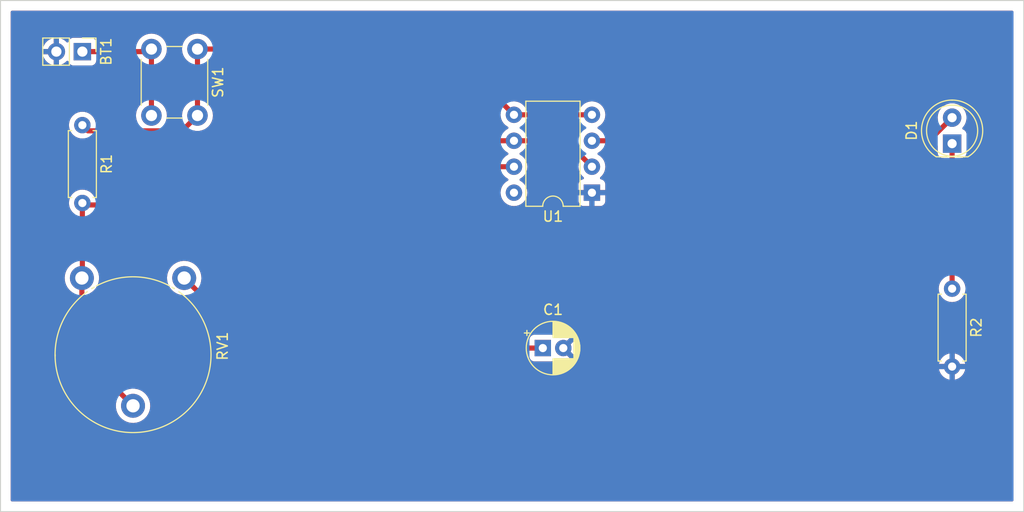
<source format=kicad_pcb>
(kicad_pcb (version 20211014) (generator pcbnew)
  (layers (0 "F.Cu" signal) (31 "B.Cu" signal) (34 "B.Paste" user) (35 "F.Paste" user) (36 "B.SilkS" user "B.Silkscreen") (37 "F.SilkS" user "F.Silkscreen") (38 "B.Mask" user) (39 "F.Mask" user) (44 "Edge.Cuts" user))
  (net 0 "")
  (net 1 "+9V")
  (net 2 "GND")
  (net 3 "/Threshold")
  (net 4 "Net-(D1-Pad1)")
  (net 5 "Net-(D1-Pad2)")
  (net 6 "/Discharge")
  (net 8 "Net-(BT1-Pad1)")
  (footprint "Connector_PinHeader_2.54mm:PinHeader_1x02_P2.54mm_Vertical" (layer "F.Cu") (at 28 25 -90)
    (fp_text reference "BT1" (at 0 -2.33 90) (layer "F.SilkS"))
    (fp_text value "Battery")
    (fp_line (start -1.33 3.87) (end 1.33 3.87) (layer "F.SilkS") (width 0.12))
    (fp_line (start -1.33 1.27) (end 1.33 1.27) (layer "F.SilkS") (width 0.12))
    (fp_line (start 1.33 1.27) (end 1.33 3.87) (layer "F.SilkS") (width 0.12))
    (fp_line (start -1.33 -1.33) (end 0 -1.33) (layer "F.SilkS") (width 0.12))
    (fp_line (start -1.33 1.27) (end -1.33 3.87) (layer "F.SilkS") (width 0.12))
    (fp_line (start -1.33 0) (end -1.33 -1.33) (layer "F.SilkS") (width 0.12))
    (pad "1" thru_hole rect (at 0 0 270) (size 1.7 1.7) (drill 1) (layers *.Cu *.Mask) (net 8 "Net-(BT1-Pad1)"))
    (pad "2" thru_hole oval (at 0 2.54 270) (size 1.7 1.7) (drill 1) (layers *.Cu *.Mask) (net 2 "GND"))
  )
  (footprint "timer_footprints:DIP-8_W7.62mm_InvertedDualRow" (layer "F.Cu") (at 77.8 38.8 180)
    (fp_text reference "U1" (at 3.81 -2.33) (layer "F.SilkS"))
    (fp_text value "NE555P")
    (fp_line (start 6.46 -1.33) (end 4.81 -1.33) (layer "F.SilkS") (width 0.12))
    (fp_line (start 1.16 8.95) (end 6.46 8.95) (layer "F.SilkS") (width 0.12))
    (fp_line (start 1.16 -1.33) (end 1.16 8.95) (layer "F.SilkS") (width 0.12))
    (fp_line (start 6.46 8.95) (end 6.46 -1.33) (layer "F.SilkS") (width 0.12))
    (fp_line (start 2.81 -1.33) (end 1.16 -1.33) (layer "F.SilkS") (width 0.12))
    (fp_arc (start 4.81 -1.33) (mid 3.81 -0.33) (end 2.81 -1.33) (layer "F.SilkS") (width 0.12))
    (pad "1" thru_hole rect (at 0 0 180) (size 1.6 1.6) (drill 0.8) (layers *.Cu *.Mask) (net 2 "GND"))
    (pad "2" thru_hole oval (at 0 2.54 180) (size 1.6 1.6) (drill 0.8) (layers *.Cu *.Mask) (net 6 "/Discharge"))
    (pad "3" thru_hole oval (at 0 5.08 180) (size 1.6 1.6) (drill 0.8) (layers *.Cu *.Mask) (net 5 "Net-(D1-Pad2)"))
    (pad "4" thru_hole oval (at 0 7.62 180) (size 1.6 1.6) (drill 0.8) (layers *.Cu *.Mask) (net 1 "+9V"))
    (pad "5" thru_hole oval (at 7.62 0 180) (size 1.6 1.6) (drill 0.8) (layers *.Cu *.Mask))
    (pad "6" thru_hole oval (at 7.62 2.54 180) (size 1.6 1.6) (drill 0.8) (layers *.Cu *.Mask) (net 3 "/Threshold"))
    (pad "7" thru_hole oval (at 7.62 5.08 180) (size 1.6 1.6) (drill 0.8) (layers *.Cu *.Mask) (net 6 "/Discharge"))
    (pad "8" thru_hole oval (at 7.62 7.62 180) (size 1.6 1.6) (drill 0.8) (layers *.Cu *.Mask) (net 1 "+9V"))
  )
  (footprint "Potentiometer_THT:Potentiometer_Piher_PT-15-V02_Vertical" (layer "F.Cu") (at 27.9525 47.1475 -90)
    (fp_text reference "RV1" (at 6.665 -13.75 90) (layer "F.SilkS"))
    (fp_text value "50K")
    (fp_arc (start 0.772013 -1.423856) (mid -0.119358 -5.001051) (end 0.773 -8.578) (layer "F.SilkS") (width 0.12))
    (fp_arc (start 1.335291 -9.478924) (mid 14.28947 -8.459407) (end 7.5 2.62) (layer "F.SilkS") (width 0.12))
    (fp_arc (start 7.632064 2.618548) (mid 4.099288 1.818715) (end 1.335 -0.522) (layer "F.SilkS") (width 0.12))
    (fp_arc (start 1.037952 -0.963019) (mid 0.968481 -1.076412) (end 0.901 -1.191) (layer "F.SilkS") (width 0.12))
    (fp_arc (start 0.902012 -8.810055) (mid 0.969511 -8.924625) (end 1.039 -9.038) (layer "F.SilkS") (width 0.12))
    (pad "1" thru_hole circle (at 0 0 270) (size 2.34 2.34) (drill 1.3) (layers *.Cu *.Mask) (net 6 "/Discharge"))
    (pad "2" thru_hole circle (at 12.5 -5 270) (size 2.34 2.34) (drill 1.3) (layers *.Cu *.Mask) (net 6 "/Discharge"))
    (pad "3" thru_hole circle (at 0 -10 270) (size 2.34 2.34) (drill 1.3) (layers *.Cu *.Mask) (net 3 "/Threshold"))
  )
  (footprint "Resistor_THT:R_Axial_DIN0207_L6.3mm_D2.5mm_P7.62mm_Horizontal" (layer "F.Cu") (at 28 32.19 -90)
    (fp_text reference "R1" (at 3.81 -2.37 90) (layer "F.SilkS"))
    (fp_text value "50K")
    (fp_line (start 0.54 -1.04) (end 0.54 -1.37) (layer "F.SilkS") (width 0.12))
    (fp_line (start 0.54 -1.37) (end 7.08 -1.37) (layer "F.SilkS") (width 0.12))
    (fp_line (start 7.08 1.37) (end 7.08 1.04) (layer "F.SilkS") (width 0.12))
    (fp_line (start 7.08 -1.37) (end 7.08 -1.04) (layer "F.SilkS") (width 0.12))
    (fp_line (start 0.54 1.04) (end 0.54 1.37) (layer "F.SilkS") (width 0.12))
    (fp_line (start 0.54 1.37) (end 7.08 1.37) (layer "F.SilkS") (width 0.12))
    (pad "1" thru_hole circle (at 0 0 270) (size 1.6 1.6) (drill 0.8) (layers *.Cu *.Mask) (net 1 "+9V"))
    (pad "2" thru_hole oval (at 7.62 0 270) (size 1.6 1.6) (drill 0.8) (layers *.Cu *.Mask) (net 6 "/Discharge"))
  )
  (footprint "LED_THT:LED_D5.0mm" (layer "F.Cu") (at 113 34 90)
    (fp_text reference "D1" (at 1.27 -3.96 90) (layer "F.SilkS"))
    (fp_text value "LED")
    (fp_line (start -1.29 -1.545) (end -1.29 1.545) (layer "F.SilkS") (width 0.12))
    (fp_arc (start 4.26 -0.000462) (mid 2.072002 2.880433) (end -1.29 1.54483) (layer "F.SilkS") (width 0.12))
    (fp_arc (start -1.29 -1.54483) (mid 2.072002 -2.880433) (end 4.26 0.000462) (layer "F.SilkS") (width 0.12))
    (fp_circle (center 1.27 0) (end 3.77 0) (layer "F.SilkS") (width 0.12) (fill none))
    (pad "1" thru_hole rect (at 0 0 90) (size 1.8 1.8) (drill 0.9) (layers *.Cu *.Mask) (net 4 "Net-(D1-Pad1)"))
    (pad "2" thru_hole circle (at 2.54 0 90) (size 1.8 1.8) (drill 0.9) (layers *.Cu *.Mask) (net 5 "Net-(D1-Pad2)"))
  )
  (footprint "Capacitor_THT:CP_Radial_D5.0mm_P2.00mm" (layer "F.Cu") (at 73 54)
    (fp_text reference "C1" (at 1 -3.75) (layer "F.SilkS"))
    (fp_text value "50uF")
    (fp_line (start 1.24 1.04) (end 1.24 2.569) (layer "F.SilkS") (width 0.12))
    (fp_line (start 1.28 1.04) (end 1.28 2.565) (layer "F.SilkS") (width 0.12))
    (fp_line (start 1 -2.58) (end 1 -1.04) (layer "F.SilkS") (width 0.12))
    (fp_line (start 1.28 -2.565) (end 1.28 -1.04) (layer "F.SilkS") (width 0.12))
    (fp_line (start 2.481 1.04) (end 2.481 2.122) (layer "F.SilkS") (width 0.12))
    (fp_line (start 1.721 1.04) (end 1.721 2.48) (layer "F.SilkS") (width 0.12))
    (fp_line (start 2.441 1.04) (end 2.441 2.149) (layer "F.SilkS") (width 0.12))
    (fp_line (start 1.2 -2.573) (end 1.2 -1.04) (layer "F.SilkS") (width 0.12))
    (fp_line (start 1.881 1.04) (end 1.881 2.428) (layer "F.SilkS") (width 0.12))
    (fp_line (start 3.561 -0.518) (end 3.561 0.518) (layer "F.SilkS") (width 0.12))
    (fp_line (start 2.321 -2.224) (end 2.321 -1.04) (layer "F.SilkS") (width 0.12))
    (fp_line (start 3.161 -1.443) (end 3.161 1.443) (layer "F.SilkS") (width 0.12))
    (fp_line (start 1.04 -2.58) (end 1.04 -1.04) (layer "F.SilkS") (width 0.12))
    (fp_line (start 1.761 -2.468) (end 1.761 -1.04) (layer "F.SilkS") (width 0.12))
    (fp_line (start 1.48 -2.536) (end 1.48 -1.04) (layer "F.SilkS") (width 0.12))
    (fp_line (start 3.441 -0.915) (end 3.441 0.915) (layer "F.SilkS") (width 0.12))
    (fp_line (start 1.08 -2.579) (end 1.08 -1.04) (layer "F.SilkS") (width 0.12))
    (fp_line (start 1.6 -2.511) (end 1.6 -1.04) (layer "F.SilkS") (width 0.12))
    (fp_line (start 3.281 -1.251) (end 3.281 1.251) (layer "F.SilkS") (width 0.12))
    (fp_line (start 3.081 -1.554) (end 3.081 1.554) (layer "F.SilkS") (width 0.12))
    (fp_line (start 2.641 1.04) (end 2.641 2.004) (layer "F.SilkS") (width 0.12))
    (fp_line (start 2.961 -1.699) (end 2.961 -1.04) (layer "F.SilkS") (width 0.12))
    (fp_line (start 2.841 -1.826) (end 2.841 -1.04) (layer "F.SilkS") (width 0.12))
    (fp_line (start 2.121 -2.329) (end 2.121 -1.04) (layer "F.SilkS") (width 0.12))
    (fp_line (start 2.801 1.04) (end 2.801 1.864) (layer "F.SilkS") (width 0.12))
    (fp_line (start 3.481 -0.805) (end 3.481 0.805) (layer "F.SilkS") (width 0.12))
    (fp_line (start 3.121 -1.5) (end 3.121 1.5) (layer "F.SilkS") (width 0.12))
    (fp_line (start 2.241 1.04) (end 2.241 2.268) (layer "F.SilkS") (width 0.12))
    (fp_line (start 2.481 -2.122) (end 2.481 -1.04) (layer "F.SilkS") (width 0.12))
    (fp_line (start 2.561 1.04) (end 2.561 2.065) (layer "F.SilkS") (width 0.12))
    (fp_line (start 2.521 -2.095) (end 2.521 -1.04) (layer "F.SilkS") (width 0.12))
    (fp_line (start 1.761 1.04) (end 1.761 2.468) (layer "F.SilkS") (width 0.12))
    (fp_line (start 1.881 -2.428) (end 1.881 -1.04) (layer "F.SilkS") (width 0.12))
    (fp_line (start 1.801 1.04) (end 1.801 2.455) (layer "F.SilkS") (width 0.12))
    (fp_line (start 3.041 -1.605) (end 3.041 1.605) (layer "F.SilkS") (width 0.12))
    (fp_line (start 1.64 -2.501) (end 1.64 -1.04) (layer "F.SilkS") (width 0.12))
    (fp_line (start 2.561 -2.065) (end 2.561 -1.04) (layer "F.SilkS") (width 0.12))
    (fp_line (start 1.841 -2.442) (end 1.841 -1.04) (layer "F.SilkS") (width 0.12))
    (fp_line (start 2.441 -2.149) (end 2.441 -1.04) (layer "F.SilkS") (width 0.12))
    (fp_line (start 3.361 -1.098) (end 3.361 1.098) (layer "F.SilkS") (width 0.12))
    (fp_line (start 1.12 1.04) (end 1.12 2.578) (layer "F.SilkS") (width 0.12))
    (fp_line (start 2.241 -2.268) (end 2.241 -1.04) (layer "F.SilkS") (width 0.12))
    (fp_line (start 2.081 1.04) (end 2.081 2.348) (layer "F.SilkS") (width 0.12))
    (fp_line (start 2.721 -1.937) (end 2.721 -1.04) (layer "F.SilkS") (width 0.12))
    (fp_line (start 2.961 1.04) (end 2.961 1.699) (layer "F.SilkS") (width 0.12))
    (fp_line (start 1.4 1.04) (end 1.4 2.55) (layer "F.SilkS") (width 0.12))
    (fp_line (start 2.041 -2.365) (end 2.041 -1.04) (layer "F.SilkS") (width 0.12))
    (fp_line (start 2.281 -2.247) (end 2.281 -1.04) (layer "F.SilkS") (width 0.12))
    (fp_line (start 2.361 1.04) (end 2.361 2.2) (layer "F.SilkS") (width 0.12))
    (fp_line (start 1.721 -2.48) (end 1.721 -1.04) (layer "F.SilkS") (width 0.12))
    (fp_line (start 2.601 -2.035) (end 2.601 -1.04) (layer "F.SilkS") (width 0.12))
    (fp_line (start 1.36 1.04) (end 1.36 2.556) (layer "F.SilkS") (width 0.12))
    (fp_line (start 1.64 1.04) (end 1.64 2.501) (layer "F.SilkS") (width 0.12))
    (fp_line (start 2.681 1.04) (end 2.681 1.971) (layer "F.SilkS") (width 0.12))
    (fp_line (start 1.16 -2.576) (end 1.16 -1.04) (layer "F.SilkS") (width 0.12))
    (fp_line (start 2.001 1.04) (end 2.001 2.382) (layer "F.SilkS") (width 0.12))
    (fp_line (start 1.68 1.04) (end 1.68 2.491) (layer "F.SilkS") (width 0.12))
    (fp_line (start 2.881 -1.785) (end 2.881 -1.04) (layer "F.SilkS") (width 0.12))
    (fp_line (start 1.04 1.04) (end 1.04 2.58) (layer "F.SilkS") (width 0.12))
    (fp_line (start 3.001 1.04) (end 3.001 1.653) (layer "F.SilkS") (width 0.12))
    (fp_line (start 1.6 1.04) (end 1.6 2.511) (layer "F.SilkS") (width 0.12))
    (fp_line (start 2.681 -1.971) (end 2.681 -1.04) (layer "F.SilkS") (width 0.12))
    (fp_line (start 1.44 1.04) (end 1.44 2.543) (layer "F.SilkS") (width 0.12))
    (fp_line (start 2.881 1.04) (end 2.881 1.785) (layer "F.SilkS") (width 0.12))
    (fp_line (start 1.801 -2.455) (end 1.801 -1.04) (layer "F.SilkS") (width 0.12))
    (fp_line (start 3.521 -0.677) (end 3.521 0.677) (layer "F.SilkS") (width 0.12))
    (fp_line (start 1.12 -2.578) (end 1.12 -1.04) (layer "F.SilkS") (width 0.12))
    (fp_line (start 3.001 -1.653) (end 3.001 -1.04) (layer "F.SilkS") (width 0.12))
    (fp_line (start 2.081 -2.348) (end 2.081 -1.04) (layer "F.SilkS") (width 0.12))
    (fp_line (start 1.961 -2.398) (end 1.961 -1.04) (layer "F.SilkS") (width 0.12))
    (fp_line (start 2.401 -2.175) (end 2.401 -1.04) (layer "F.SilkS") (width 0.12))
    (fp_line (start 1.56 1.04) (end 1.56 2.52) (layer "F.SilkS") (width 0.12))
    (fp_line (start 2.401 1.04) (end 2.401 2.175) (layer "F.SilkS") (width 0.12))
    (fp_line (start 3.201 -1.383) (end 3.201 1.383) (layer "F.SilkS") (width 0.12))
    (fp_line (start 2.801 -1.864) (end 2.801 -1.04) (layer "F.SilkS") (width 0.12))
    (fp_line (start 2.601 1.04) (end 2.601 2.035) (layer "F.SilkS") (width 0.12))
    (fp_line (start 2.121 1.04) (end 2.121 2.329) (layer "F.SilkS") (width 0.12))
    (fp_line (start 2.521 1.04) (end 2.521 2.095) (layer "F.SilkS") (width 0.12))
    (fp_line (start 2.841 1.04) (end 2.841 1.826) (layer "F.SilkS") (width 0.12))
    (fp_line (start 2.641 -2.004) (end 2.641 -1.04) (layer "F.SilkS") (width 0.12))
    (fp_line (start 2.001 -2.382) (end 2.001 -1.04) (layer "F.SilkS") (width 0.12))
    (fp_line (start 2.201 -2.29) (end 2.201 -1.04) (layer "F.SilkS") (width 0.12))
    (fp_line (start 2.161 -2.31) (end 2.161 -1.04) (layer "F.SilkS") (width 0.12))
    (fp_line (start 1.44 -2.543) (end 1.44 -1.04) (layer "F.SilkS") (width 0.12))
    (fp_line (start 1.52 -2.528) (end 1.52 -1.04) (layer "F.SilkS") (width 0.12))
    (fp_line (start 3.241 -1.319) (end 3.241 1.319) (layer "F.SilkS") (width 0.12))
    (fp_line (start 1.921 1.04) (end 1.921 2.414) (layer "F.SilkS") (width 0.12))
    (fp_line (start 2.041 1.04) (end 2.041 2.365) (layer "F.SilkS") (width 0.12))
    (fp_line (start 1.2 1.04) (end 1.2 2.573) (layer "F.SilkS") (width 0.12))
    (fp_line (start 2.281 1.04) (end 2.281 2.247) (layer "F.SilkS") (width 0.12))
    (fp_line (start 1.32 -2.561) (end 1.32 -1.04) (layer "F.SilkS") (width 0.12))
    (fp_line (start 1 1.04) (end 1 2.58) (layer "F.SilkS") (width 0.12))
    (fp_line (start 2.161 1.04) (end 2.161 2.31) (layer "F.SilkS") (width 0.12))
    (fp_line (start 1.68 -2.491) (end 1.68 -1.04) (layer "F.SilkS") (width 0.12))
    (fp_line (start 1.36 -2.556) (end 1.36 -1.04) (layer "F.SilkS") (width 0.12))
    (fp_line (start 3.401 -1.011) (end 3.401 1.011) (layer "F.SilkS") (width 0.12))
    (fp_line (start 2.361 -2.2) (end 2.361 -1.04) (layer "F.SilkS") (width 0.12))
    (fp_line (start 1.08 1.04) (end 1.08 2.579) (layer "F.SilkS") (width 0.12))
    (fp_line (start 1.921 -2.414) (end 1.921 -1.04) (layer "F.SilkS") (width 0.12))
    (fp_line (start 1.56 -2.52) (end 1.56 -1.04) (layer "F.SilkS") (width 0.12))
    (fp_line (start 2.921 1.04) (end 2.921 1.743) (layer "F.SilkS") (width 0.12))
    (fp_line (start 3.321 -1.178) (end 3.321 1.178) (layer "F.SilkS") (width 0.12))
    (fp_line (start 2.321 1.04) (end 2.321 2.224) (layer "F.SilkS") (width 0.12))
    (fp_line (start -1.804775 -1.475) (end -1.304775 -1.475) (layer "F.SilkS") (width 0.12))
    (fp_line (start 1.16 1.04) (end 1.16 2.576) (layer "F.SilkS") (width 0.12))
    (fp_line (start -1.554775 -1.725) (end -1.554775 -1.225) (layer "F.SilkS") (width 0.12))
    (fp_line (start 2.921 -1.743) (end 2.921 -1.04) (layer "F.SilkS") (width 0.12))
    (fp_line (start 2.721 1.04) (end 2.721 1.937) (layer "F.SilkS") (width 0.12))
    (fp_line (start 1.32 1.04) (end 1.32 2.561) (layer "F.SilkS") (width 0.12))
    (fp_line (start 2.201 1.04) (end 2.201 2.29) (layer "F.SilkS") (width 0.12))
    (fp_line (start 1.4 -2.55) (end 1.4 -1.04) (layer "F.SilkS") (width 0.12))
    (fp_line (start 1.48 1.04) (end 1.48 2.536) (layer "F.SilkS") (width 0.12))
    (fp_line (start 1.961 1.04) (end 1.961 2.398) (layer "F.SilkS") (width 0.12))
    (fp_line (start 1.52 1.04) (end 1.52 2.528) (layer "F.SilkS") (width 0.12))
    (fp_line (start 1.841 1.04) (end 1.841 2.442) (layer "F.SilkS") (width 0.12))
    (fp_line (start 2.761 1.04) (end 2.761 1.901) (layer "F.SilkS") (width 0.12))
    (fp_line (start 2.761 -1.901) (end 2.761 -1.04) (layer "F.SilkS") (width 0.12))
    (fp_line (start 1.24 -2.569) (end 1.24 -1.04) (layer "F.SilkS") (width 0.12))
    (fp_line (start 3.601 -0.284) (end 3.601 0.284) (layer "F.SilkS") (width 0.12))
    (fp_circle (center 1 0) (end 3.62 0) (layer "F.SilkS") (width 0.12) (fill none))
    (pad "1" thru_hole rect (at 0 0) (size 1.6 1.6) (drill 0.8) (layers *.Cu *.Mask) (net 3 "/Threshold"))
    (pad "2" thru_hole circle (at 2 0) (size 1.6 1.6) (drill 0.8) (layers *.Cu *.Mask) (net 2 "GND"))
  )
  (footprint "switch_footprints:SW_PUSH_6mm" (layer "F.Cu") (at 37 28 -90)
    (fp_text reference "SW1" (at 0 -4.25 90) (layer "F.SilkS"))
    (fp_text value "SW_MEC_5E")
    (fp_line (start -3.5 -0.75) (end -3.5 0.75) (layer "F.SilkS") (width 0.12))
    (fp_line (start 3.5 0.75) (end 3.5 -0.75) (layer "F.SilkS") (width 0.12))
    (fp_line (start 2.25 -3.25) (end -2.25 -3.25) (layer "F.SilkS") (width 0.12))
    (fp_line (start -2.25 3.25) (end 2.25 3.25) (layer "F.SilkS") (width 0.12))
    (pad "1" thru_hole circle (at -3.25 -2.25) (size 2 2) (drill 1.1) (layers *.Cu *.Mask) (net 1 "+9V"))
    (pad "2" thru_hole circle (at 3.25 -2.25) (size 2 2) (drill 1.1) (layers *.Cu *.Mask) (net 1 "+9V"))
    (pad "3" thru_hole circle (at -3.25 2.25) (size 2 2) (drill 1.1) (layers *.Cu *.Mask) (net 8 "Net-(BT1-Pad1)"))
    (pad "4" thru_hole circle (at 3.25 2.25) (size 2 2) (drill 1.1) (layers *.Cu *.Mask) (net 8 "Net-(BT1-Pad1)"))
  )
  (footprint "Resistor_THT:R_Axial_DIN0207_L6.3mm_D2.5mm_P7.62mm_Horizontal" (layer "F.Cu") (at 113 48.19 -90)
    (fp_text reference "R2" (at 3.81 -2.37 90) (layer "F.SilkS"))
    (fp_text value "1K")
    (fp_line (start 0.54 -1.04) (end 0.54 -1.37) (layer "F.SilkS") (width 0.12))
    (fp_line (start 7.08 1.37) (end 7.08 1.04) (layer "F.SilkS") (width 0.12))
    (fp_line (start 7.08 -1.37) (end 7.08 -1.04) (layer "F.SilkS") (width 0.12))
    (fp_line (start 0.54 1.37) (end 7.08 1.37) (layer "F.SilkS") (width 0.12))
    (fp_line (start 0.54 -1.37) (end 7.08 -1.37) (layer "F.SilkS") (width 0.12))
    (fp_line (start 0.54 1.04) (end 0.54 1.37) (layer "F.SilkS") (width 0.12))
    (pad "1" thru_hole circle (at 0 0 270) (size 1.6 1.6) (drill 0.8) (layers *.Cu *.Mask) (net 4 "Net-(D1-Pad1)"))
    (pad "2" thru_hole oval (at 7.62 0 270) (size 1.6 1.6) (drill 0.8) (layers *.Cu *.Mask) (net 2 "GND"))
  )
  (gr_rect (start 20 20) (end 120 70) (layer "Edge.Cuts") (width 0.1) (fill none))
  (segment (start 70.18 31.18) (end 77.8 31.18) (width 0.5) (layer "F.Cu") (net 1))
  (segment (start 63.75 24.75) (end 70.18 31.18) (width 0.5) (layer "F.Cu") (net 1))
  (segment (start 28.559511 32.749511) (end 28 32.19) (width 0.5) (layer "F.Cu") (net 1))
  (segment (start 39.25 24.75) (end 63.75 24.75) (width 0.5) (layer "F.Cu") (net 1))
  (segment (start 37.750489 32.749511) (end 28.559511 32.749511) (width 0.5) (layer "F.Cu") (net 1))
  (segment (start 39.25 31.25) (end 39.25 24.75) (width 0.5) (layer "F.Cu") (net 1))
  (segment (start 39.25 31.25) (end 37.750489 32.749511) (width 0.5) (layer "F.Cu") (net 1))
  (segment (start 44.805 54) (end 37.9525 47.1475) (width 0.5) (layer "F.Cu") (net 3))
  (segment (start 70.18 36.26) (end 67.74 36.26) (width 0.5) (layer "F.Cu") (net 3))
  (segment (start 73 54) (end 50 54) (width 0.5) (layer "F.Cu") (net 3))
  (segment (start 50 54) (end 44.805 54) (width 0.5) (layer "F.Cu") (net 3))
  (segment (start 67.74 36.26) (end 50 54) (width 0.5) (layer "F.Cu") (net 3))
  (segment (start 113 34) (end 113 48.19) (width 0.5) (layer "F.Cu") (net 4))
  (segment (start 110.74 33.72) (end 113 31.46) (width 0.5) (layer "F.Cu") (net 5))
  (segment (start 77.8 33.72) (end 110.74 33.72) (width 0.5) (layer "F.Cu") (net 5))
  (segment (start 28 39.81) (end 28 47.1) (width 0.5) (layer "F.Cu") (net 6))
  (segment (start 70.18 33.72) (end 75.26 33.72) (width 0.5) (layer "F.Cu") (net 6))
  (segment (start 28.19 40) (end 28 39.81) (width 0.5) (layer "F.Cu") (net 6))
  (segment (start 75.26 33.72) (end 77.8 36.26) (width 0.5) (layer "F.Cu") (net 6))
  (segment (start 70.18 33.72) (end 65.28 33.72) (width 0.5) (layer "F.Cu") (net 6))
  (segment (start 59 40) (end 28.19 40) (width 0.5) (layer "F.Cu") (net 6))
  (segment (start 27.9525 47.1475) (end 27.9525 54.6475) (width 0.5) (layer "F.Cu") (net 6))
  (segment (start 28 47.1) (end 27.9525 47.1475) (width 0.5) (layer "F.Cu") (net 6))
  (segment (start 27.9525 54.6475) (end 32.9525 59.6475) (width 0.5) (layer "F.Cu") (net 6))
  (segment (start 65.28 33.72) (end 59 40) (width 0.5) (layer "F.Cu") (net 6))
  (segment (start 34.5 25) (end 34.75 24.75) (width 0.5) (layer "F.Cu") (net 8))
  (segment (start 34.75 24.75) (end 34.75 31.25) (width 0.5) (layer "F.Cu") (net 8))
  (segment (start 28 25) (end 34.5 25) (width 0.5) (layer "F.Cu") (net 8))
  (zone (net 2) (net_name "GND") (layer "F.Cu") (connect_pads (clearance 0.508)) (min_thickness 0.254) (fill yes (thermal_gap 0.508) (thermal_bridge_width 0.508))
    (polygon (pts (xy 119 69) (xy 21 69) (xy 21 21) (xy 119 21)))
  )
  (zone (net 2) (net_name "GND") (layer "B.Cu") (connect_pads (clearance 0.508)) (min_thickness 0.254) (fill yes (thermal_gap 0.508) (thermal_bridge_width 0.508))
    (polygon (pts (xy 119 69) (xy 21 69) (xy 21 21) (xy 119 21)))
  )
)
</source>
